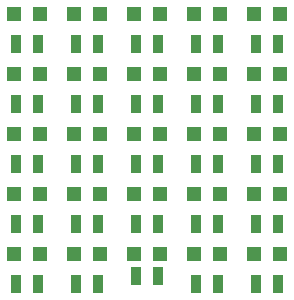
<source format=gbr>
G04 #@! TF.GenerationSoftware,KiCad,Pcbnew,(5.0.0-rc2-dev-352-g017154715)*
G04 #@! TF.CreationDate,2018-10-08T23:49:12-04:00*
G04 #@! TF.ProjectId,Backlight,4261636B6C696768742E6B696361645F,rev?*
G04 #@! TF.SameCoordinates,Original*
G04 #@! TF.FileFunction,Paste,Top*
G04 #@! TF.FilePolarity,Positive*
%FSLAX46Y46*%
G04 Gerber Fmt 4.6, Leading zero omitted, Abs format (unit mm)*
G04 Created by KiCad (PCBNEW (5.0.0-rc2-dev-352-g017154715)) date 10/08/18 23:49:12*
%MOMM*%
%LPD*%
G01*
G04 APERTURE LIST*
%ADD10R,1.200000X1.200000*%
%ADD11R,0.970000X1.500000*%
G04 APERTURE END LIST*
D10*
X81110000Y-80010000D03*
X78910000Y-80010000D03*
X86190000Y-80010000D03*
X83990000Y-80010000D03*
X91270000Y-80010000D03*
X89070000Y-80010000D03*
X94150000Y-80010000D03*
X96350000Y-80010000D03*
X99230000Y-80010000D03*
X101430000Y-80010000D03*
X81110000Y-85090000D03*
X78910000Y-85090000D03*
X86190000Y-85090000D03*
X83990000Y-85090000D03*
X89070000Y-85090000D03*
X91270000Y-85090000D03*
X94150000Y-85090000D03*
X96350000Y-85090000D03*
X101430000Y-85090000D03*
X99230000Y-85090000D03*
X81110000Y-90170000D03*
X78910000Y-90170000D03*
X86190000Y-90170000D03*
X83990000Y-90170000D03*
X89070000Y-90170000D03*
X91270000Y-90170000D03*
X96350000Y-90170000D03*
X94150000Y-90170000D03*
X101430000Y-90170000D03*
X99230000Y-90170000D03*
X78910000Y-95250000D03*
X81110000Y-95250000D03*
X86190000Y-95250000D03*
X83990000Y-95250000D03*
X89070000Y-95250000D03*
X91270000Y-95250000D03*
X94150000Y-95250000D03*
X96350000Y-95250000D03*
X99230000Y-95250000D03*
X101430000Y-95250000D03*
X78910000Y-100330000D03*
X81110000Y-100330000D03*
X83990000Y-100330000D03*
X86190000Y-100330000D03*
X89070000Y-100330000D03*
X91270000Y-100330000D03*
X94150000Y-100330000D03*
X96350000Y-100330000D03*
X101430000Y-100330000D03*
X99230000Y-100330000D03*
D11*
X79055000Y-82550000D03*
X80965000Y-82550000D03*
X84135000Y-82550000D03*
X86045000Y-82550000D03*
X89215000Y-82550000D03*
X91125000Y-82550000D03*
X96205000Y-82550000D03*
X94295000Y-82550000D03*
X99375000Y-82550000D03*
X101285000Y-82550000D03*
X80965000Y-87630000D03*
X79055000Y-87630000D03*
X86045000Y-87630000D03*
X84135000Y-87630000D03*
X89215000Y-87630000D03*
X91125000Y-87630000D03*
X94295000Y-87630000D03*
X96205000Y-87630000D03*
X101285000Y-87630000D03*
X99375000Y-87630000D03*
X80965000Y-92710000D03*
X79055000Y-92710000D03*
X84135000Y-92710000D03*
X86045000Y-92710000D03*
X91125000Y-92710000D03*
X89215000Y-92710000D03*
X94295000Y-92710000D03*
X96205000Y-92710000D03*
X101285000Y-92710000D03*
X99375000Y-92710000D03*
X79055000Y-97790000D03*
X80965000Y-97790000D03*
X84135000Y-97790000D03*
X86045000Y-97790000D03*
X91125000Y-97790000D03*
X89215000Y-97790000D03*
X96205000Y-97790000D03*
X94295000Y-97790000D03*
X99375000Y-97790000D03*
X101285000Y-97790000D03*
X79055000Y-102870000D03*
X80965000Y-102870000D03*
X86045000Y-102870000D03*
X84135000Y-102870000D03*
X91125000Y-102235000D03*
X89215000Y-102235000D03*
X94295000Y-102870000D03*
X96205000Y-102870000D03*
X101285000Y-102870000D03*
X99375000Y-102870000D03*
M02*

</source>
